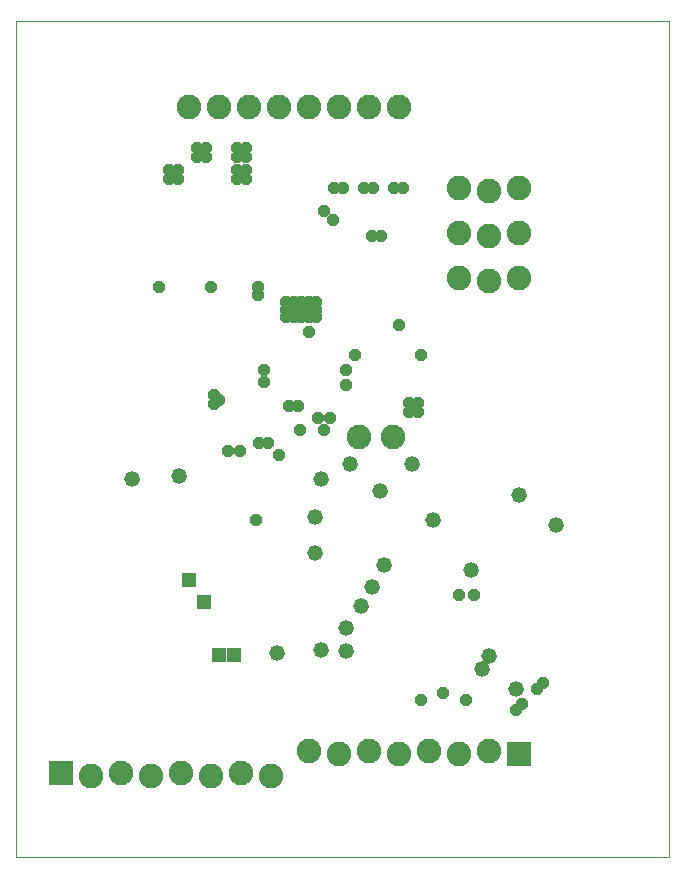
<source format=gbs>
G75*
%MOIN*%
%OFA0B0*%
%FSLAX25Y25*%
%IPPOS*%
%LPD*%
%AMOC8*
5,1,8,0,0,1.08239X$1,22.5*
%
%ADD10C,0.00000*%
%ADD11C,0.08200*%
%ADD12R,0.08200X0.08200*%
%ADD13C,0.05200*%
%ADD14OC8,0.03778*%
%ADD15R,0.04762X0.04762*%
D10*
X0001400Y0006400D02*
X0001400Y0285101D01*
X0218821Y0285101D01*
X0218821Y0006400D01*
X0001400Y0006400D01*
D11*
X0026400Y0033400D03*
X0036400Y0034400D03*
X0046400Y0033400D03*
X0056400Y0034400D03*
X0066400Y0033400D03*
X0076400Y0034400D03*
X0086400Y0033400D03*
X0098900Y0041900D03*
X0108900Y0040900D03*
X0118900Y0041900D03*
X0128900Y0040900D03*
X0138900Y0041900D03*
X0148900Y0040900D03*
X0158900Y0041900D03*
X0127100Y0146400D03*
X0115700Y0146400D03*
X0148900Y0199400D03*
X0158900Y0198400D03*
X0168900Y0199400D03*
X0168900Y0214400D03*
X0158900Y0213400D03*
X0148900Y0214400D03*
X0158900Y0228400D03*
X0168900Y0229400D03*
X0148900Y0229400D03*
X0128900Y0256400D03*
X0118900Y0256400D03*
X0108900Y0256400D03*
X0098900Y0256400D03*
X0088900Y0256400D03*
X0078900Y0256400D03*
X0068900Y0256400D03*
X0058900Y0256400D03*
D12*
X0168900Y0040900D03*
X0016400Y0034400D03*
D13*
X0088132Y0074372D03*
X0102896Y0075357D03*
X0111400Y0075150D03*
X0111400Y0082650D03*
X0116415Y0090170D03*
X0120036Y0096418D03*
X0123950Y0103900D03*
X0140298Y0118664D03*
X0153093Y0101931D03*
X0168841Y0127030D03*
X0181144Y0117187D03*
X0158998Y0073388D03*
X0156538Y0068959D03*
X0167857Y0062561D03*
X0122581Y0128506D03*
X0112739Y0137365D03*
X0102896Y0132443D03*
X0100928Y0119648D03*
X0100928Y0107837D03*
X0133408Y0137365D03*
X0055652Y0133428D03*
X0039904Y0132443D03*
D14*
X0067400Y0157400D03*
X0068900Y0158900D03*
X0067400Y0160400D03*
X0071900Y0141900D03*
X0075900Y0141900D03*
X0082400Y0144400D03*
X0085400Y0144400D03*
X0088900Y0140284D03*
X0096111Y0148900D03*
X0095400Y0156900D03*
X0092400Y0156900D03*
X0083900Y0164600D03*
X0083900Y0168900D03*
X0091400Y0186400D03*
X0091400Y0188900D03*
X0091400Y0191400D03*
X0093900Y0191400D03*
X0093900Y0188900D03*
X0093900Y0186400D03*
X0096400Y0186400D03*
X0096400Y0188900D03*
X0096400Y0191400D03*
X0098900Y0191400D03*
X0098900Y0188900D03*
X0098900Y0186400D03*
X0101400Y0186400D03*
X0101400Y0188900D03*
X0101400Y0191400D03*
X0098883Y0181417D03*
X0111400Y0168900D03*
X0114189Y0173900D03*
X0111400Y0163900D03*
X0105900Y0152900D03*
X0103900Y0148900D03*
X0101900Y0152900D03*
X0081400Y0118900D03*
X0128900Y0183900D03*
X0136400Y0173900D03*
X0135400Y0157900D03*
X0133900Y0156400D03*
X0132400Y0154900D03*
X0132400Y0157900D03*
X0135400Y0154900D03*
X0122900Y0213400D03*
X0119900Y0213400D03*
X0106900Y0218900D03*
X0103900Y0221900D03*
X0107400Y0229400D03*
X0110400Y0229400D03*
X0117400Y0229400D03*
X0120400Y0229400D03*
X0127400Y0229400D03*
X0130400Y0229400D03*
X0081900Y0196400D03*
X0081900Y0193900D03*
X0066400Y0196400D03*
X0048900Y0196400D03*
X0052400Y0232400D03*
X0053900Y0233900D03*
X0052400Y0235400D03*
X0055400Y0235400D03*
X0055400Y0232400D03*
X0061600Y0239900D03*
X0063100Y0241400D03*
X0064600Y0239900D03*
X0064600Y0242900D03*
X0061600Y0242900D03*
X0074900Y0242900D03*
X0076400Y0241400D03*
X0074900Y0239900D03*
X0074900Y0235400D03*
X0076400Y0233900D03*
X0077900Y0235400D03*
X0077900Y0232400D03*
X0074900Y0232400D03*
X0077900Y0239900D03*
X0077900Y0242900D03*
X0148900Y0093900D03*
X0153900Y0093900D03*
X0143611Y0061111D03*
X0151400Y0058900D03*
X0136400Y0058900D03*
X0167890Y0055289D03*
X0170011Y0057410D03*
X0174961Y0062360D03*
X0177082Y0064481D03*
D15*
X0073900Y0073900D03*
X0068900Y0073900D03*
X0063900Y0091400D03*
X0058900Y0098900D03*
M02*

</source>
